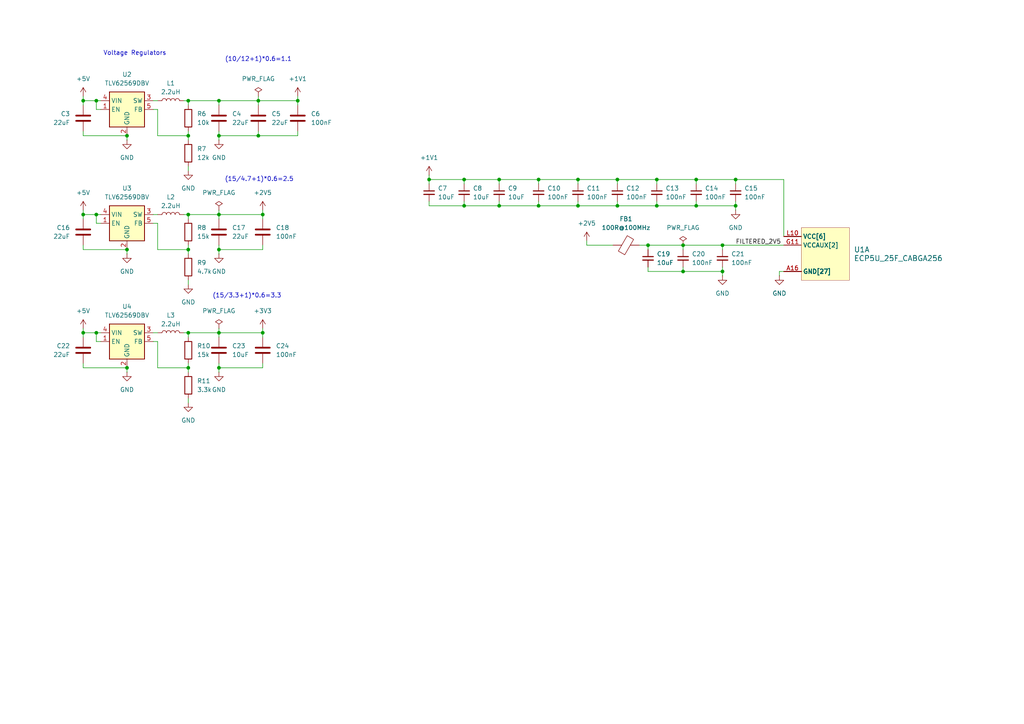
<source format=kicad_sch>
(kicad_sch (version 20250114) (generator "eeschema") (generator_version "9.0")
  (paper "A4")
  (title_block (title "Icepi zero") (date "2025-06-15") (rev "v1.2") (company "Chengyin Yao (cheyao)") (comment 1 "https://github.com/cheyao/icepi-zero") (comment 9 "OSHWA FR000026"))
  (text "(15/4.7+1)*0.6=2.5" (at 75.184 52.07 0) (effects (font (size 1.27 1.27))))
  (text "(10/12+1)*0.6=1.1" (at 74.93 17.272 0) (effects (font (size 1.27 1.27))))
  (text "(15/3.3+1)*0.6=3.3" (at 71.628 85.852 0) (effects (font (size 1.27 1.27))))
  (text "Voltage Regulators" (at 39.116 15.494 0) (effects (font (size 1.27 1.27))))
  (junction (at 209.55 71.12))
  (junction (at 54.61 72.39))
  (junction (at 54.61 106.68))
  (junction (at 213.36 52.07))
  (junction (at 201.93 52.07))
  (junction (at 63.5 106.68))
  (junction (at 27.94 62.23))
  (junction (at 63.5 39.37))
  (junction (at 167.64 52.07))
  (junction (at 74.93 29.21))
  (junction (at 63.5 29.21))
  (junction (at 86.36 29.21))
  (junction (at 63.5 72.39))
  (junction (at 179.07 59.69))
  (junction (at 190.5 59.69))
  (junction (at 27.94 29.21))
  (junction (at 54.61 39.37))
  (junction (at 24.13 29.21))
  (junction (at 63.5 96.52))
  (junction (at 36.83 39.37))
  (junction (at 27.94 96.52))
  (junction (at 190.5 52.07))
  (junction (at 198.12 71.12))
  (junction (at 144.78 59.69))
  (junction (at 201.93 59.69))
  (junction (at 187.96 71.12))
  (junction (at 124.46 52.07))
  (junction (at 134.62 59.69))
  (junction (at 167.64 59.69))
  (junction (at 54.61 96.52))
  (junction (at 36.83 106.68))
  (junction (at 63.5 62.23))
  (junction (at 76.2 62.23))
  (junction (at 24.13 96.52))
  (junction (at 134.62 52.07))
  (junction (at 76.2 96.52))
  (junction (at 179.07 52.07))
  (junction (at 209.55 78.74))
  (junction (at 36.83 72.39))
  (junction (at 198.12 78.74))
  (junction (at 156.21 52.07))
  (junction (at 144.78 52.07))
  (junction (at 24.13 62.23))
  (junction (at 213.36 59.69))
  (junction (at 156.21 59.69))
  (junction (at 54.61 29.21))
  (junction (at 54.61 62.23))
  (junction (at 74.93 39.37))
  (wire (pts (xy 27.94 29.21) (xy 27.94 31.75)))
  (wire (pts (xy 144.78 59.69) (xy 156.21 59.69)))
  (wire (pts (xy 227.33 78.74) (xy 226.06 78.74)))
  (wire (pts (xy 54.61 62.23) (xy 53.34 62.23)))
  (wire (pts (xy 134.62 52.07) (xy 124.46 52.07)))
  (wire (pts (xy 24.13 29.21) (xy 27.94 29.21)))
  (wire (pts (xy 167.64 59.69) (xy 167.64 58.42)))
  (wire (pts (xy 24.13 95.25) (xy 24.13 96.52)))
  (wire (pts (xy 86.36 29.21) (xy 74.93 29.21)))
  (wire (pts (xy 24.13 29.21) (xy 24.13 30.48)))
  (wire (pts (xy 190.5 52.07) (xy 190.5 53.34)))
  (wire (pts (xy 124.46 58.42) (xy 124.46 59.69)))
  (wire (pts (xy 54.61 39.37) (xy 45.72 39.37)))
  (wire (pts (xy 54.61 96.52) (xy 63.5 96.52)))
  (wire (pts (xy 63.5 107.95) (xy 63.5 106.68)))
  (wire (pts (xy 54.61 62.23) (xy 63.5 62.23)))
  (wire (pts (xy 201.93 52.07) (xy 190.5 52.07)))
  (wire (pts (xy 213.36 52.07) (xy 201.93 52.07)))
  (wire (pts (xy 190.5 59.69) (xy 201.93 59.69)))
  (wire (pts (xy 209.55 72.39) (xy 209.55 71.12)))
  (wire (pts (xy 156.21 52.07) (xy 156.21 53.34)))
  (wire (pts (xy 24.13 38.1) (xy 24.13 39.37)))
  (wire (pts (xy 144.78 59.69) (xy 144.78 58.42)))
  (wire (pts (xy 63.5 60.96) (xy 63.5 62.23)))
  (wire (pts (xy 198.12 78.74) (xy 209.55 78.74)))
  (wire (pts (xy 24.13 72.39) (xy 36.83 72.39)))
  (wire (pts (xy 76.2 106.68) (xy 76.2 105.41)))
  (wire (pts (xy 54.61 97.79) (xy 54.61 96.52)))
  (wire (pts (xy 54.61 106.68) (xy 45.72 106.68)))
  (wire (pts (xy 63.5 63.5) (xy 63.5 62.23)))
  (wire (pts (xy 185.42 71.12) (xy 187.96 71.12)))
  (wire (pts (xy 27.94 96.52) (xy 29.21 96.52)))
  (wire (pts (xy 54.61 30.48) (xy 54.61 29.21)))
  (wire (pts (xy 54.61 96.52) (xy 53.34 96.52)))
  (wire (pts (xy 74.93 30.48) (xy 74.93 29.21)))
  (wire (pts (xy 63.5 40.64) (xy 63.5 39.37)))
  (wire (pts (xy 76.2 96.52) (xy 63.5 96.52)))
  (wire (pts (xy 124.46 52.07) (xy 124.46 53.34)))
  (wire (pts (xy 74.93 39.37) (xy 86.36 39.37)))
  (wire (pts (xy 24.13 62.23) (xy 27.94 62.23)))
  (wire (pts (xy 179.07 59.69) (xy 190.5 59.69)))
  (wire (pts (xy 190.5 59.69) (xy 190.5 58.42)))
  (wire (pts (xy 179.07 52.07) (xy 179.07 53.34)))
  (wire (pts (xy 187.96 78.74) (xy 198.12 78.74)))
  (wire (pts (xy 86.36 27.94) (xy 86.36 29.21)))
  (wire (pts (xy 24.13 60.96) (xy 24.13 62.23)))
  (wire (pts (xy 198.12 78.74) (xy 198.12 77.47)))
  (wire (pts (xy 24.13 27.94) (xy 24.13 29.21)))
  (wire (pts (xy 124.46 59.69) (xy 134.62 59.69)))
  (wire (pts (xy 76.2 95.25) (xy 76.2 96.52)))
  (wire (pts (xy 63.5 72.39) (xy 76.2 72.39)))
  (wire (pts (xy 76.2 60.96) (xy 76.2 62.23)))
  (wire (pts (xy 226.06 78.74) (xy 226.06 80.01)))
  (wire (pts (xy 24.13 106.68) (xy 36.83 106.68)))
  (wire (pts (xy 227.33 52.07) (xy 227.33 68.58)))
  (wire (pts (xy 201.93 58.42) (xy 201.93 59.69)))
  (wire (pts (xy 86.36 39.37) (xy 86.36 38.1)))
  (wire (pts (xy 213.36 59.69) (xy 213.36 58.42)))
  (wire (pts (xy 213.36 53.34) (xy 213.36 52.07)))
  (wire (pts (xy 144.78 52.07) (xy 156.21 52.07)))
  (wire (pts (xy 187.96 71.12) (xy 198.12 71.12)))
  (wire (pts (xy 54.61 115.57) (xy 54.61 116.84)))
  (wire (pts (xy 76.2 62.23) (xy 63.5 62.23)))
  (wire (pts (xy 54.61 38.1) (xy 54.61 39.37)))
  (wire (pts (xy 63.5 95.25) (xy 63.5 96.52)))
  (wire (pts (xy 63.5 30.48) (xy 63.5 29.21)))
  (wire (pts (xy 209.55 71.12) (xy 227.33 71.12)))
  (wire (pts (xy 24.13 71.12) (xy 24.13 72.39)))
  (wire (pts (xy 36.83 72.39) (xy 36.83 73.66)))
  (wire (pts (xy 54.61 72.39) (xy 45.72 72.39)))
  (wire (pts (xy 54.61 29.21) (xy 63.5 29.21)))
  (wire (pts (xy 167.64 52.07) (xy 156.21 52.07)))
  (wire (pts (xy 179.07 52.07) (xy 190.5 52.07)))
  (wire (pts (xy 44.45 62.23) (xy 45.72 62.23)))
  (wire (pts (xy 27.94 62.23) (xy 29.21 62.23)))
  (wire (pts (xy 24.13 105.41) (xy 24.13 106.68)))
  (wire (pts (xy 63.5 106.68) (xy 63.5 105.41)))
  (wire (pts (xy 86.36 29.21) (xy 86.36 30.48)))
  (wire (pts (xy 45.72 39.37) (xy 45.72 31.75)))
  (wire (pts (xy 63.5 97.79) (xy 63.5 96.52)))
  (wire (pts (xy 24.13 96.52) (xy 24.13 97.79)))
  (wire (pts (xy 144.78 52.07) (xy 144.78 53.34)))
  (wire (pts (xy 54.61 81.28) (xy 54.61 82.55)))
  (wire (pts (xy 27.94 62.23) (xy 27.94 64.77)))
  (wire (pts (xy 54.61 71.12) (xy 54.61 72.39)))
  (wire (pts (xy 54.61 72.39) (xy 54.61 73.66)))
  (wire (pts (xy 63.5 72.39) (xy 63.5 71.12)))
  (wire (pts (xy 24.13 39.37) (xy 36.83 39.37)))
  (wire (pts (xy 187.96 71.12) (xy 187.96 72.39)))
  (wire (pts (xy 209.55 78.74) (xy 209.55 77.47)))
  (wire (pts (xy 124.46 50.8) (xy 124.46 52.07)))
  (wire (pts (xy 156.21 58.42) (xy 156.21 59.69)))
  (wire (pts (xy 45.72 106.68) (xy 45.72 99.06)))
  (wire (pts (xy 213.36 52.07) (xy 227.33 52.07)))
  (wire (pts (xy 27.94 96.52) (xy 27.94 99.06)))
  (wire (pts (xy 54.61 29.21) (xy 53.34 29.21)))
  (wire (pts (xy 54.61 39.37) (xy 54.61 40.64)))
  (wire (pts (xy 74.93 27.94) (xy 74.93 29.21)))
  (wire (pts (xy 179.07 58.42) (xy 179.07 59.69)))
  (wire (pts (xy 36.83 39.37) (xy 36.83 40.64)))
  (wire (pts (xy 156.21 59.69) (xy 167.64 59.69)))
  (wire (pts (xy 27.94 64.77) (xy 29.21 64.77)))
  (wire (pts (xy 167.64 52.07) (xy 167.64 53.34)))
  (wire (pts (xy 44.45 29.21) (xy 45.72 29.21)))
  (wire (pts (xy 187.96 77.47) (xy 187.96 78.74)))
  (wire (pts (xy 54.61 63.5) (xy 54.61 62.23)))
  (wire (pts (xy 74.93 29.21) (xy 63.5 29.21)))
  (wire (pts (xy 24.13 62.23) (xy 24.13 63.5)))
  (wire (pts (xy 201.93 52.07) (xy 201.93 53.34)))
  (wire (pts (xy 134.62 52.07) (xy 144.78 52.07)))
  (wire (pts (xy 198.12 71.12) (xy 209.55 71.12)))
  (wire (pts (xy 134.62 52.07) (xy 134.62 53.34)))
  (wire (pts (xy 170.18 69.85) (xy 170.18 71.12)))
  (wire (pts (xy 44.45 96.52) (xy 45.72 96.52)))
  (wire (pts (xy 45.72 99.06) (xy 44.45 99.06)))
  (wire (pts (xy 76.2 72.39) (xy 76.2 71.12)))
  (wire (pts (xy 45.72 31.75) (xy 44.45 31.75)))
  (wire (pts (xy 198.12 71.12) (xy 198.12 72.39)))
  (wire (pts (xy 63.5 73.66) (xy 63.5 72.39)))
  (wire (pts (xy 36.83 106.68) (xy 36.83 107.95)))
  (wire (pts (xy 74.93 39.37) (xy 63.5 39.37)))
  (wire (pts (xy 27.94 31.75) (xy 29.21 31.75)))
  (wire (pts (xy 167.64 59.69) (xy 179.07 59.69)))
  (wire (pts (xy 54.61 105.41) (xy 54.61 106.68)))
  (wire (pts (xy 179.07 52.07) (xy 167.64 52.07)))
  (wire (pts (xy 209.55 78.74) (xy 209.55 80.01)))
  (wire (pts (xy 24.13 96.52) (xy 27.94 96.52)))
  (wire (pts (xy 27.94 29.21) (xy 29.21 29.21)))
  (wire (pts (xy 63.5 39.37) (xy 63.5 38.1)))
  (wire (pts (xy 76.2 62.23) (xy 76.2 63.5)))
  (wire (pts (xy 54.61 106.68) (xy 54.61 107.95)))
  (wire (pts (xy 213.36 59.69) (xy 213.36 60.96)))
  (wire (pts (xy 45.72 72.39) (xy 45.72 64.77)))
  (wire (pts (xy 134.62 59.69) (xy 144.78 59.69)))
  (wire (pts (xy 134.62 59.69) (xy 134.62 58.42)))
  (wire (pts (xy 63.5 106.68) (xy 76.2 106.68)))
  (wire (pts (xy 170.18 71.12) (xy 177.8 71.12)))
  (wire (pts (xy 54.61 48.26) (xy 54.61 49.53)))
  (wire (pts (xy 74.93 39.37) (xy 74.93 38.1)))
  (wire (pts (xy 45.72 64.77) (xy 44.45 64.77)))
  (wire (pts (xy 76.2 96.52) (xy 76.2 97.79)))
  (wire (pts (xy 201.93 59.69) (xy 213.36 59.69)))
  (wire (pts (xy 27.94 99.06) (xy 29.21 99.06)))
  (label "FILTERED_2V5" (at 213.36 71.12 0))
  (symbol (lib_id "Device:FerriteBead") (at 181.61 71.12 90) (unit 1)
    (property "Reference" "FB1" (at 181.5592 63.5 90))
    (property "Value" "100R@100MHz" (at 181.5592 66.04 90))
    (property "Footprint" "Inductor_SMD:L_0805_2012Metric" (effects (hide yes)))
    (property "Description" "Ferrite bead" (effects (hide yes)))
    (property "LCSC Part #" "C1015" (effects (hide yes)))
  )
  (symbol (lib_id "Device:C") (at 76.2 67.31 0) (unit 1)
    (property "Reference" "C18" (at 80.01 66.0399 0) (effects (justify left)))
    (property "Value" "100nF" (at 80.01 68.5799 0) (effects (justify left)))
    (property "Footprint" "Capacitor_SMD:C_0402_1005Metric" (effects (hide yes)))
    (property "Description" "Unpolarized capacitor" (effects (hide yes)))
    (property "LCSC Part #" "C307331 " (effects (hide yes)))
  )
  (symbol (lib_id "Device:R") (at 54.61 44.45 0) (unit 1)
    (property "Reference" "R7" (at 57.15 43.1799 0) (effects (justify left)))
    (property "Value" "12k" (at 57.15 45.7199 0) (effects (justify left)))
    (property "Footprint" "Resistor_SMD:R_0402_1005Metric" (effects (hide yes)))
    (property "Description" "Resistor" (effects (hide yes)))
    (property "LCSC Part #" "C25752" (effects (hide yes)))
  )
  (symbol (lib_id "Device:C_Small") (at 198.12 74.93 0) (unit 1)
    (property "Reference" "C20" (at 200.66 73.6662 0) (effects (justify left)))
    (property "Value" "100nF" (at 200.66 76.2062 0) (effects (justify left)))
    (property "Footprint" "Capacitor_SMD:C_0402_1005Metric" (effects (hide yes)))
    (property "Description" "Unpolarized capacitor, small symbol" (effects (hide yes)))
    (property "LCSC Part #" "C307331 " (effects (hide yes)))
  )
  (symbol (lib_id "power:PWR_FLAG") (at 74.93 27.94 0) (unit 1)
    (property "Reference" "#FLG01" (effects (hide yes)))
    (property "Value" "PWR_FLAG" (at 74.93 22.86 0))
    (property "Description" "Special symbol for telling ERC where power comes from" (effects (hide yes)))
  )
  (symbol (lib_id "power:+2V5") (at 76.2 60.96 0) (unit 1)
    (property "Reference" "#PWR030" (effects (hide yes)))
    (property "Value" "+2V5" (at 76.2 55.88 0))
    (property "Description" "Power symbol creates a global label with name \"+2V5\"" (effects (hide yes)))
  )
  (symbol (lib_id "Device:L") (at 49.53 96.52 90) (unit 1)
    (property "Reference" "L3" (at 49.53 91.44 90))
    (property "Value" "2.2uH" (at 49.53 93.98 90))
    (property "Footprint" "Inductor_SMD:L_0805_2012Metric" (effects (hide yes)))
    (property "Description" "Inductor" (effects (hide yes)))
    (property "LCSC Part #" "C1043" (effects (hide yes)))
  )
  (symbol (lib_id "Regulator_Switching:TLV62569DBV") (at 36.83 31.75 0) (unit 1)
    (property "Reference" "U2" (at 36.83 21.59 0))
    (property "Value" "TLV62569DBV" (at 36.83 24.13 0))
    (property "Footprint" "Package_TO_SOT_SMD:SOT-23-5" (effects (hide yes)))
    (property "Datasheet" "http://www.ti.com/lit/ds/symlink/tlv62569.pdf" (effects (hide yes)))
    (property "Description" "High Efficiency Synchronous Buck Converter, Adjustable Output 0.6V-5.5V, 2A, SOT-23-5" (effects (hide yes)))
    (property "LCSC Part #" "C141836" (effects (hide yes)))
  )
  (symbol (lib_id "Device:R") (at 54.61 101.6 0) (unit 1)
    (property "Reference" "R10" (at 57.15 100.3299 0) (effects (justify left)))
    (property "Value" "15k" (at 57.15 102.8699 0) (effects (justify left)))
    (property "Footprint" "Resistor_SMD:R_0402_1005Metric" (effects (hide yes)))
    (property "Description" "Resistor" (effects (hide yes)))
    (property "LCSC Part #" "C25756" (effects (hide yes)))
  )
  (symbol (lib_id "Device:R") (at 54.61 34.29 0) (unit 1)
    (property "Reference" "R6" (at 57.15 33.0199 0) (effects (justify left)))
    (property "Value" "10k" (at 57.15 35.5599 0) (effects (justify left)))
    (property "Footprint" "Resistor_SMD:R_0402_1005Metric" (effects (hide yes)))
    (property "Description" "Resistor" (effects (hide yes)))
    (property "LCSC Part #" "C25744" (effects (hide yes)))
  )
  (symbol (lib_id "Device:C_Small") (at 156.21 55.88 0) (unit 1)
    (property "Reference" "C10" (at 158.75 54.6162 0) (effects (justify left)))
    (property "Value" "100nF" (at 158.75 57.1562 0) (effects (justify left)))
    (property "Footprint" "Capacitor_SMD:C_0402_1005Metric" (effects (hide yes)))
    (property "Description" "Unpolarized capacitor, small symbol" (effects (hide yes)))
    (property "LCSC Part #" "C307331 " (effects (hide yes)))
  )
  (symbol (lib_id "power:PWR_FLAG") (at 63.5 95.25 0) (unit 1)
    (property "Reference" "#FLG04" (effects (hide yes)))
    (property "Value" "PWR_FLAG" (at 63.5 90.17 0))
    (property "Description" "Special symbol for telling ERC where power comes from" (effects (hide yes)))
  )
  (symbol (lib_id "power:GND") (at 54.61 116.84 0) (unit 1)
    (property "Reference" "#PWR042" (effects (hide yes)))
    (property "Value" "GND" (at 54.61 121.92 0))
    (property "Description" "Power symbol creates a global label with name \"GND\" , ground" (effects (hide yes)))
  )
  (symbol (lib_id "Device:C_Small") (at 124.46 55.88 0) (unit 1)
    (property "Reference" "C7" (at 127 54.6162 0) (effects (justify left)))
    (property "Value" "10uF" (at 127 57.1562 0) (effects (justify left)))
    (property "Footprint" "Capacitor_SMD:C_0603_1608Metric" (effects (hide yes)))
    (property "Description" "Unpolarized capacitor, small symbol" (effects (hide yes)))
    (property "LCSC Part #" "C19702" (effects (hide yes)))
  )
  (symbol (lib_id "Regulator_Switching:TLV62569DBV") (at 36.83 64.77 0) (unit 1)
    (property "Reference" "U3" (at 36.83 54.61 0))
    (property "Value" "TLV62569DBV" (at 36.83 57.15 0))
    (property "Footprint" "Package_TO_SOT_SMD:SOT-23-5" (effects (hide yes)))
    (property "Datasheet" "http://www.ti.com/lit/ds/symlink/tlv62569.pdf" (effects (hide yes)))
    (property "Description" "High Efficiency Synchronous Buck Converter, Adjustable Output 0.6V-5.5V, 2A, SOT-23-5" (effects (hide yes)))
    (property "LCSC Part #" "C141836" (effects (hide yes)))
  )
  (symbol (lib_id "power:GND") (at 54.61 82.55 0) (unit 1)
    (property "Reference" "#PWR037" (effects (hide yes)))
    (property "Value" "GND" (at 54.61 87.63 0))
    (property "Description" "Power symbol creates a global label with name \"GND\" , ground" (effects (hide yes)))
  )
  (symbol (lib_id "power:GND") (at 63.5 107.95 0) (unit 1)
    (property "Reference" "#PWR040" (effects (hide yes)))
    (property "Value" "GND" (at 63.5 113.03 0))
    (property "Description" "Power symbol creates a global label with name \"GND\" , ground" (effects (hide yes)))
  )
  (symbol (lib_id "power:GND") (at 63.5 40.64 0) (unit 1)
    (property "Reference" "#PWR025" (effects (hide yes)))
    (property "Value" "GND" (at 63.5 45.72 0))
    (property "Description" "Power symbol creates a global label with name \"GND\" , ground" (effects (hide yes)))
  )
  (symbol (lib_id "power:GND") (at 63.5 73.66 0) (unit 1)
    (property "Reference" "#PWR033" (effects (hide yes)))
    (property "Value" "GND" (at 63.5 78.74 0))
    (property "Description" "Power symbol creates a global label with name \"GND\" , ground" (effects (hide yes)))
  )
  (symbol (lib_id "power:+5V") (at 24.13 27.94 0) (unit 1)
    (property "Reference" "#PWR023" (effects (hide yes)))
    (property "Value" "+5V" (at 24.13 22.86 0))
    (property "Description" "Power symbol creates a global label with name \"+5V\"" (effects (hide yes)))
  )
  (symbol (lib_id "Device:R") (at 54.61 111.76 0) (unit 1)
    (property "Reference" "R11" (at 57.15 110.4899 0) (effects (justify left)))
    (property "Value" "3.3k" (at 57.15 113.0299 0) (effects (justify left)))
    (property "Footprint" "Resistor_SMD:R_0402_1005Metric" (effects (hide yes)))
    (property "Description" "Resistor" (effects (hide yes)))
    (property "LCSC Part #" "C25890 " (effects (hide yes)))
  )
  (symbol (lib_id "Device:C_Small") (at 144.78 55.88 0) (unit 1)
    (property "Reference" "C9" (at 147.32 54.6162 0) (effects (justify left)))
    (property "Value" "10uF" (at 147.32 57.1562 0) (effects (justify left)))
    (property "Footprint" "Capacitor_SMD:C_0603_1608Metric" (effects (hide yes)))
    (property "Description" "Unpolarized capacitor, small symbol" (effects (hide yes)))
    (property "LCSC Part #" "C19702" (effects (hide yes)))
  )
  (symbol (lib_id "Device:L") (at 49.53 29.21 90) (unit 1)
    (property "Reference" "L1" (at 49.53 24.13 90))
    (property "Value" "2.2uH" (at 49.53 26.67 90))
    (property "Footprint" "Inductor_SMD:L_0805_2012Metric" (effects (hide yes)))
    (property "Description" "Inductor" (effects (hide yes)))
    (property "LCSC Part #" "C1043" (effects (hide yes)))
  )
  (symbol (lib_id "Device:C") (at 24.13 67.31 0) (unit 1)
    (property "Reference" "C16" (at 20.32 66.0399 0) (effects (justify right)))
    (property "Value" "22uF" (at 20.32 68.5799 0) (effects (justify right)))
    (property "Footprint" "Capacitor_SMD:C_0603_1608Metric" (effects (hide yes)))
    (property "Description" "Unpolarized capacitor" (effects (hide yes)))
    (property "LCSC Part #" "C59461 " (effects (hide yes)))
  )
  (symbol (lib_id "power:GND") (at 226.06 80.01 0) (unit 1)
    (property "Reference" "#PWR036" (effects (hide yes)))
    (property "Value" "GND" (at 226.06 85.09 0))
    (property "Description" "Power symbol creates a global label with name \"GND\" , ground" (effects (hide yes)))
  )
  (symbol (lib_id "power:PWR_FLAG") (at 198.12 71.12 0) (unit 1)
    (property "Reference" "#FLG03" (effects (hide yes)))
    (property "Value" "PWR_FLAG" (at 198.12 66.04 0))
    (property "Description" "Special symbol for telling ERC where power comes from" (effects (hide yes)))
  )
  (symbol (lib_id "Device:C_Small") (at 179.07 55.88 0) (unit 1)
    (property "Reference" "C12" (at 181.61 54.6162 0) (effects (justify left)))
    (property "Value" "100nF" (at 181.61 57.1562 0) (effects (justify left)))
    (property "Footprint" "Capacitor_SMD:C_0402_1005Metric" (effects (hide yes)))
    (property "Description" "Unpolarized capacitor, small symbol" (effects (hide yes)))
    (property "LCSC Part #" "C307331 " (effects (hide yes)))
  )
  (symbol (lib_id "power:GND") (at 209.55 80.01 0) (unit 1)
    (property "Reference" "#PWR035" (effects (hide yes)))
    (property "Value" "GND" (at 209.55 85.09 0))
    (property "Description" "Power symbol creates a global label with name \"GND\" , ground" (effects (hide yes)))
  )
  (symbol (lib_id "power:GND") (at 36.83 73.66 0) (unit 1)
    (property "Reference" "#PWR034" (effects (hide yes)))
    (property "Value" "GND" (at 36.83 78.74 0))
    (property "Description" "Power symbol creates a global label with name \"GND\" , ground" (effects (hide yes)))
  )
  (symbol (lib_id "Device:C_Small") (at 213.36 55.88 0) (unit 1)
    (property "Reference" "C15" (at 215.9 54.6162 0) (effects (justify left)))
    (property "Value" "100nF" (at 215.9 57.1562 0) (effects (justify left)))
    (property "Footprint" "Capacitor_SMD:C_0402_1005Metric" (effects (hide yes)))
    (property "Description" "Unpolarized capacitor, small symbol" (effects (hide yes)))
    (property "LCSC Part #" "C307331 " (effects (hide yes)))
  )
  (symbol (lib_id "power:GND") (at 36.83 40.64 0) (unit 1)
    (property "Reference" "#PWR026" (effects (hide yes)))
    (property "Value" "GND" (at 36.83 45.72 0))
    (property "Description" "Power symbol creates a global label with name \"GND\" , ground" (effects (hide yes)))
  )
  (symbol (lib_id "Device:C_Small") (at 134.62 55.88 0) (unit 1)
    (property "Reference" "C8" (at 137.16 54.6162 0) (effects (justify left)))
    (property "Value" "10uF" (at 137.16 57.1562 0) (effects (justify left)))
    (property "Footprint" "Capacitor_SMD:C_0603_1608Metric" (effects (hide yes)))
    (property "Description" "Unpolarized capacitor, small symbol" (effects (hide yes)))
    (property "LCSC Part #" "C19702" (effects (hide yes)))
  )
  (symbol (lib_id "power:+5V") (at 24.13 95.25 0) (unit 1)
    (property "Reference" "#PWR038" (effects (hide yes)))
    (property "Value" "+5V" (at 24.13 90.17 0))
    (property "Description" "Power symbol creates a global label with name \"+5V\"" (effects (hide yes)))
  )
  (symbol (lib_id "Device:C") (at 86.36 34.29 0) (unit 1)
    (property "Reference" "C6" (at 90.17 33.0199 0) (effects (justify left)))
    (property "Value" "100nF" (at 90.17 35.5599 0) (effects (justify left)))
    (property "Footprint" "Capacitor_SMD:C_0402_1005Metric" (effects (hide yes)))
    (property "Description" "Unpolarized capacitor" (effects (hide yes)))
    (property "LCSC Part #" "C307331 " (effects (hide yes)))
  )
  (symbol (lib_id "power:+1V1") (at 124.46 50.8 0) (unit 1)
    (property "Reference" "#PWR028" (effects (hide yes)))
    (property "Value" "+1V1" (at 124.46 45.72 0))
    (property "Description" "Power symbol creates a global label with name \"+1V1\"" (effects (hide yes)))
  )
  (symbol (lib_id "Device:C_Small") (at 187.96 74.93 0) (unit 1)
    (property "Reference" "C19" (at 190.5 73.6662 0) (effects (justify left)))
    (property "Value" "10uF" (at 190.5 76.2062 0) (effects (justify left)))
    (property "Footprint" "Capacitor_SMD:C_0603_1608Metric" (effects (hide yes)))
    (property "Description" "Unpolarized capacitor, small symbol" (effects (hide yes)))
    (property "LCSC Part #" "C19702" (effects (hide yes)))
  )
  (symbol (lib_id "Device:C") (at 63.5 101.6 0) (mirror y) (unit 1)
    (property "Reference" "C23" (at 67.31 100.3299 0) (effects (justify right)))
    (property "Value" "10uF" (at 67.31 102.8699 0) (effects (justify right)))
    (property "Footprint" "Capacitor_SMD:C_0603_1608Metric" (effects (hide yes)))
    (property "Description" "Unpolarized capacitor" (effects (hide yes)))
    (property "LCSC Part #" "C19702" (effects (hide yes)))
  )
  (symbol (lib_id "Device:C_Small") (at 201.93 55.88 0) (unit 1)
    (property "Reference" "C14" (at 204.47 54.6162 0) (effects (justify left)))
    (property "Value" "100nF" (at 204.47 57.1562 0) (effects (justify left)))
    (property "Footprint" "Capacitor_SMD:C_0402_1005Metric" (effects (hide yes)))
    (property "Description" "Unpolarized capacitor, small symbol" (effects (hide yes)))
    (property "LCSC Part #" "C307331 " (effects (hide yes)))
  )
  (symbol (lib_id "power:+1V1") (at 86.36 27.94 0) (unit 1)
    (property "Reference" "#PWR024" (effects (hide yes)))
    (property "Value" "+1V1" (at 86.36 22.86 0))
    (property "Description" "Power symbol creates a global label with name \"+1V1\"" (effects (hide yes)))
  )
  (symbol (lib_id "Regulator_Switching:TLV62569DBV") (at 36.83 99.06 0) (unit 1)
    (property "Reference" "U4" (at 36.83 88.9 0))
    (property "Value" "TLV62569DBV" (at 36.83 91.44 0))
    (property "Footprint" "Package_TO_SOT_SMD:SOT-23-5" (effects (hide yes)))
    (property "Datasheet" "http://www.ti.com/lit/ds/symlink/tlv62569.pdf" (effects (hide yes)))
    (property "Description" "High Efficiency Synchronous Buck Converter, Adjustable Output 0.6V-5.5V, 2A, SOT-23-5" (effects (hide yes)))
    (property "LCSC Part #" "C141836" (effects (hide yes)))
  )
  (symbol (lib_id "power:GND") (at 54.61 49.53 0) (unit 1)
    (property "Reference" "#PWR027" (effects (hide yes)))
    (property "Value" "GND" (at 54.61 54.61 0))
    (property "Description" "Power symbol creates a global label with name \"GND\" , ground" (effects (hide yes)))
  )
  (symbol (lib_id "power:PWR_FLAG") (at 63.5 60.96 0) (unit 1)
    (property "Reference" "#FLG02" (effects (hide yes)))
    (property "Value" "PWR_FLAG" (at 63.5 55.88 0))
    (property "Description" "Special symbol for telling ERC where power comes from" (effects (hide yes)))
  )
  (symbol (lib_id "Device:C") (at 24.13 101.6 0) (unit 1)
    (property "Reference" "C22" (at 20.32 100.3299 0) (effects (justify right)))
    (property "Value" "22uF" (at 20.32 102.8699 0) (effects (justify right)))
    (property "Footprint" "Capacitor_SMD:C_0603_1608Metric" (effects (hide yes)))
    (property "Description" "Unpolarized capacitor" (effects (hide yes)))
    (property "LCSC Part #" "C59461 " (effects (hide yes)))
  )
  (symbol (lib_id "power:+2V5") (at 170.18 69.85 0) (unit 1)
    (property "Reference" "#PWR032" (effects (hide yes)))
    (property "Value" "+2V5" (at 170.18 64.77 0))
    (property "Description" "Power symbol creates a global label with name \"+2V5\"" (effects (hide yes)))
  )
  (symbol (lib_id "power:GND") (at 213.36 60.96 0) (unit 1)
    (property "Reference" "#PWR031" (effects (hide yes)))
    (property "Value" "GND" (at 213.36 66.04 0))
    (property "Description" "Power symbol creates a global label with name \"GND\" , ground" (effects (hide yes)))
  )
  (symbol (lib_id "Device:R") (at 54.61 67.31 0) (unit 1)
    (property "Reference" "R8" (at 57.15 66.0399 0) (effects (justify left)))
    (property "Value" "15k" (at 57.15 68.5799 0) (effects (justify left)))
    (property "Footprint" "Resistor_SMD:R_0402_1005Metric" (effects (hide yes)))
    (property "Description" "Resistor" (effects (hide yes)))
    (property "LCSC Part #" "C25756" (effects (hide yes)))
  )
  (symbol (lib_id "power:+5V") (at 24.13 60.96 0) (unit 1)
    (property "Reference" "#PWR029" (effects (hide yes)))
    (property "Value" "+5V" (at 24.13 55.88 0))
    (property "Description" "Power symbol creates a global label with name \"+5V\"" (effects (hide yes)))
  )
  (symbol (lib_id "josh:ECP5U_12_CABGA256") (at 240.03 73.66 0) (unit 1)
    (property "Reference" "U1" (at 247.65 72.3899 0) (effects (font (size 1.524 1.524)) (justify left)))
    (property "Value" "ECP5U_25F_CABGA256" (at 247.65 74.9299 0) (effects (font (size 1.524 1.524)) (justify left)))
    (property "Footprint" "Package_BGA:BGA-256_14.0x14.0mm_Layout16x16_P0.8mm_Ball0.45mm_Pad0.32mm_NSMD" (effects (hide yes)))
    (property "Datasheet" "https://www.lcsc.com/datasheet/lcsc_datasheet_2411220131_Lattice-LFE5U-25F-6BG256C_C1521614.pdf" (effects (hide yes)))
    (property "LCSC Part #" "C1521614" (effects (hide yes)))
  )
  (symbol (lib_id "Device:C_Small") (at 190.5 55.88 0) (unit 1)
    (property "Reference" "C13" (at 193.04 54.6162 0) (effects (justify left)))
    (property "Value" "100nF" (at 193.04 57.1562 0) (effects (justify left)))
    (property "Footprint" "Capacitor_SMD:C_0402_1005Metric" (effects (hide yes)))
    (property "Description" "Unpolarized capacitor, small symbol" (effects (hide yes)))
    (property "LCSC Part #" "C307331 " (effects (hide yes)))
  )
  (symbol (lib_id "Device:C_Small") (at 167.64 55.88 0) (unit 1)
    (property "Reference" "C11" (at 170.18 54.6162 0) (effects (justify left)))
    (property "Value" "100nF" (at 170.18 57.1562 0) (effects (justify left)))
    (property "Footprint" "Capacitor_SMD:C_0402_1005Metric" (effects (hide yes)))
    (property "Description" "Unpolarized capacitor, small symbol" (effects (hide yes)))
    (property "LCSC Part #" "C307331 " (effects (hide yes)))
  )
  (symbol (lib_id "Device:L") (at 49.53 62.23 90) (unit 1)
    (property "Reference" "L2" (at 49.53 57.15 90))
    (property "Value" "2.2uH" (at 49.53 59.69 90))
    (property "Footprint" "Inductor_SMD:L_0805_2012Metric" (effects (hide yes)))
    (property "Description" "Inductor" (effects (hide yes)))
    (property "LCSC Part #" "C1043" (effects (hide yes)))
  )
  (symbol (lib_id "Device:C_Small") (at 209.55 74.93 0) (unit 1)
    (property "Reference" "C21" (at 212.09 73.6662 0) (effects (justify left)))
    (property "Value" "100nF" (at 212.09 76.2062 0) (effects (justify left)))
    (property "Footprint" "Capacitor_SMD:C_0402_1005Metric" (effects (hide yes)))
    (property "Description" "Unpolarized capacitor, small symbol" (effects (hide yes)))
    (property "LCSC Part #" "C307331 " (effects (hide yes)))
  )
  (symbol (lib_id "Device:C") (at 63.5 34.29 0) (mirror y) (unit 1)
    (property "Reference" "C4" (at 67.31 33.0199 0) (effects (justify right)))
    (property "Value" "22uF" (at 67.31 35.5599 0) (effects (justify right)))
    (property "Footprint" "Capacitor_SMD:C_0603_1608Metric" (effects (hide yes)))
    (property "Description" "Unpolarized capacitor" (effects (hide yes)))
    (property "LCSC Part #" "C59461 " (effects (hide yes)))
  )
  (symbol (lib_id "power:GND") (at 36.83 107.95 0) (unit 1)
    (property "Reference" "#PWR041" (effects (hide yes)))
    (property "Value" "GND" (at 36.83 113.03 0))
    (property "Description" "Power symbol creates a global label with name \"GND\" , ground" (effects (hide yes)))
  )
  (symbol (lib_id "Device:C") (at 74.93 34.29 0) (mirror y) (unit 1)
    (property "Reference" "C5" (at 78.74 33.0199 0) (effects (justify right)))
    (property "Value" "22uF" (at 78.74 35.5599 0) (effects (justify right)))
    (property "Footprint" "Capacitor_SMD:C_0603_1608Metric" (effects (hide yes)))
    (property "Description" "Unpolarized capacitor" (effects (hide yes)))
    (property "LCSC Part #" "C59461 " (effects (hide yes)))
  )
  (symbol (lib_id "Device:C") (at 76.2 101.6 0) (unit 1)
    (property "Reference" "C24" (at 80.01 100.3299 0) (effects (justify left)))
    (property "Value" "100nF" (at 80.01 102.8699 0) (effects (justify left)))
    (property "Footprint" "Capacitor_SMD:C_0402_1005Metric" (effects (hide yes)))
    (property "Description" "Unpolarized capacitor" (effects (hide yes)))
    (property "LCSC Part #" "C307331 " (effects (hide yes)))
  )
  (symbol (lib_id "Device:C") (at 24.13 34.29 0) (unit 1)
    (property "Reference" "C3" (at 20.32 33.0199 0) (effects (justify right)))
    (property "Value" "22uF" (at 20.32 35.5599 0) (effects (justify right)))
    (property "Footprint" "Capacitor_SMD:C_0603_1608Metric" (effects (hide yes)))
    (property "Description" "Unpolarized capacitor" (effects (hide yes)))
    (property "LCSC Part #" "C59461 " (effects (hide yes)))
  )
  (symbol (lib_id "Device:R") (at 54.61 77.47 0) (unit 1)
    (property "Reference" "R9" (at 57.15 76.1999 0) (effects (justify left)))
    (property "Value" "4.7k" (at 57.15 78.7399 0) (effects (justify left)))
    (property "Footprint" "Resistor_SMD:R_0402_1005Metric" (effects (hide yes)))
    (property "Description" "Resistor" (effects (hide yes)))
    (property "LCSC Part #" "C25900 " (effects (hide yes)))
  )
  (symbol (lib_id "Device:C") (at 63.5 67.31 0) (mirror y) (unit 1)
    (property "Reference" "C17" (at 67.31 66.0399 0) (effects (justify right)))
    (property "Value" "22uF" (at 67.31 68.5799 0) (effects (justify right)))
    (property "Footprint" "Capacitor_SMD:C_0603_1608Metric" (effects (hide yes)))
    (property "Description" "Unpolarized capacitor" (effects (hide yes)))
    (property "LCSC Part #" "C59461 " (effects (hide yes)))
  )
  (symbol (lib_id "power:+3V3") (at 76.2 95.25 0) (unit 1)
    (property "Reference" "#PWR039" (effects (hide yes)))
    (property "Value" "+3V3" (at 76.2 90.17 0))
    (property "Description" "Power symbol creates a global label with name \"+3V3\"" (effects (hide yes)))
  )
)
</source>
